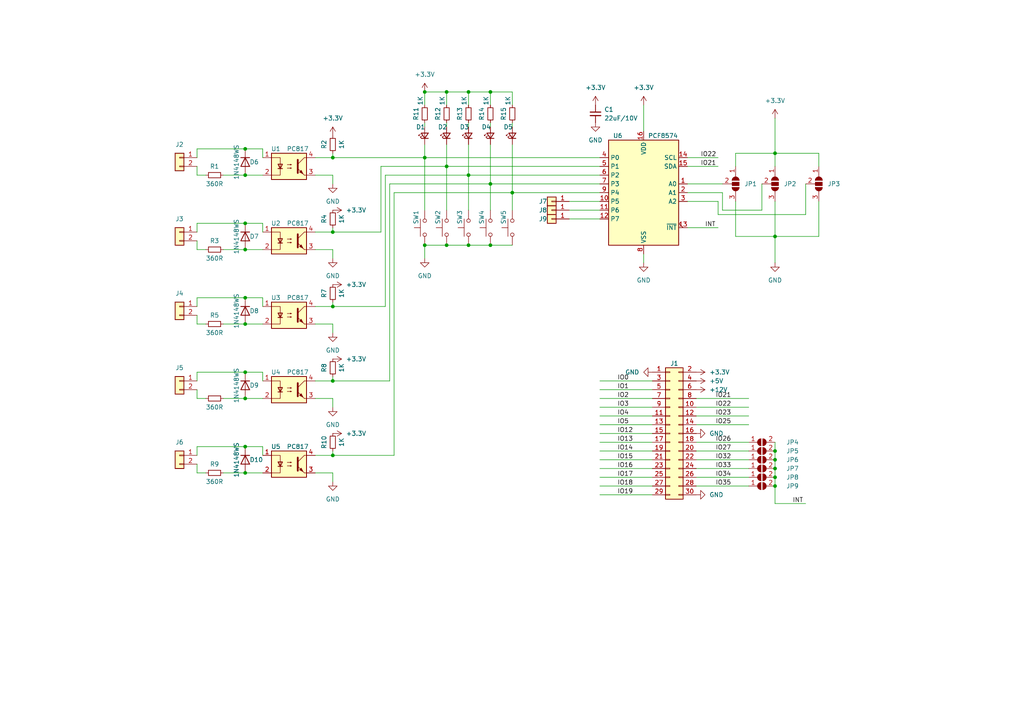
<source format=kicad_sch>
(kicad_sch (version 20231120) (generator "eeschema") (generator_version "8.0")
  (paper "A4")
  (lib_symbols
    (symbol "Connector_Generic:Conn_01x01" (pin_names (offset 1.016) hide)
      (property "Reference" "J" (at 0 2.54 0))
      (property "Value" "Conn_01x01" (at 0 -2.54 0))
      (symbol "Conn_01x01_1_1"
        (rectangle (start -1.27 0.127) (end 0 -0.127) (stroke (width 0.1524)))
        (rectangle (start -1.27 1.27) (end 1.27 -1.27) (stroke (width 0.254)) (fill (type background)))
        (pin passive line (at -5.08 0 0) (length 3.81) (name "Pin_1") (number "1"))
      )
    )
    (symbol "Connector_Generic:Conn_01x02" (pin_names (offset 1.016) hide)
      (property "Reference" "J" (at 0 2.54 0))
      (property "Value" "Conn_01x02" (at 0 -5.08 0))
      (symbol "Conn_01x02_1_1"
        (rectangle (start -1.27 -2.413) (end 0 -2.667) (stroke (width 0.1524)))
        (rectangle (start -1.27 0.127) (end 0 -0.127) (stroke (width 0.1524)))
        (rectangle (start -1.27 1.27) (end 1.27 -3.81) (stroke (width 0.254)) (fill (type background)))
        (pin passive line (at -5.08 0 0) (length 3.81) (name "Pin_1") (number "1"))
        (pin passive line (at -5.08 -2.54 0) (length 3.81) (name "Pin_2") (number "2"))
      )
    )
    (symbol "Connector_Generic:Conn_02x15_Odd_Even" (pin_names (offset 1.016) hide)
      (property "Reference" "J" (at 1.27 20.32 0))
      (property "Value" "Conn_02x15_Odd_Even" (at 1.27 -20.32 0))
      (symbol "Conn_02x15_Odd_Even_1_1"
        (rectangle (start -1.27 -17.653) (end 0 -17.907) (stroke (width 0.1524)))
        (rectangle (start -1.27 -15.113) (end 0 -15.367) (stroke (width 0.1524)))
        (rectangle (start -1.27 -12.573) (end 0 -12.827) (stroke (width 0.1524)))
        (rectangle (start -1.27 -10.033) (end 0 -10.287) (stroke (width 0.1524)))
        (rectangle (start -1.27 -7.493) (end 0 -7.747) (stroke (width 0.1524)))
        (rectangle (start -1.27 -4.953) (end 0 -5.207) (stroke (width 0.1524)))
        (rectangle (start -1.27 -2.413) (end 0 -2.667) (stroke (width 0.1524)))
        (rectangle (start -1.27 0.127) (end 0 -0.127) (stroke (width 0.1524)))
        (rectangle (start -1.27 2.667) (end 0 2.413) (stroke (width 0.1524)))
        (rectangle (start -1.27 5.207) (end 0 4.953) (stroke (width 0.1524)))
        (rectangle (start -1.27 7.747) (end 0 7.493) (stroke (width 0.1524)))
        (rectangle (start -1.27 10.287) (end 0 10.033) (stroke (width 0.1524)))
        (rectangle (start -1.27 12.827) (end 0 12.573) (stroke (width 0.1524)))
        (rectangle (start -1.27 15.367) (end 0 15.113) (stroke (width 0.1524)))
        (rectangle (start -1.27 17.907) (end 0 17.653) (stroke (width 0.1524)))
        (rectangle (start -1.27 19.05) (end 3.81 -19.05) (stroke (width 0.254)) (fill (type background)))
        (rectangle (start 3.81 -17.653) (end 2.54 -17.907) (stroke (width 0.1524)))
        (rectangle (start 3.81 -15.113) (end 2.54 -15.367) (stroke (width 0.1524)))
        (rectangle (start 3.81 -12.573) (end 2.54 -12.827) (stroke (width 0.1524)))
        (rectangle (start 3.81 -10.033) (end 2.54 -10.287) (stroke (width 0.1524)))
        (rectangle (start 3.81 -7.493) (end 2.54 -7.747) (stroke (width 0.1524)))
        (rectangle (start 3.81 -4.953) (end 2.54 -5.207) (stroke (width 0.1524)))
        (rectangle (start 3.81 -2.413) (end 2.54 -2.667) (stroke (width 0.1524)))
        (rectangle (start 3.81 0.127) (end 2.54 -0.127) (stroke (width 0.1524)))
        (rectangle (start 3.81 2.667) (end 2.54 2.413) (stroke (width 0.1524)))
        (rectangle (start 3.81 5.207) (end 2.54 4.953) (stroke (width 0.1524)))
        (rectangle (start 3.81 7.747) (end 2.54 7.493) (stroke (width 0.1524)))
        (rectangle (start 3.81 10.287) (end 2.54 10.033) (stroke (width 0.1524)))
        (rectangle (start 3.81 12.827) (end 2.54 12.573) (stroke (width 0.1524)))
        (rectangle (start 3.81 15.367) (end 2.54 15.113) (stroke (width 0.1524)))
        (rectangle (start 3.81 17.907) (end 2.54 17.653) (stroke (width 0.1524)))
        (pin passive line (at -5.08 17.78 0) (length 3.81) (name "Pin_1") (number "1"))
        (pin passive line (at 7.62 7.62 180) (length 3.81) (name "Pin_10") (number "10"))
        (pin passive line (at -5.08 5.08 0) (length 3.81) (name "Pin_11") (number "11"))
        (pin passive line (at 7.62 5.08 180) (length 3.81) (name "Pin_12") (number "12"))
        (pin passive line (at -5.08 2.54 0) (length 3.81) (name "Pin_13") (number "13"))
        (pin passive line (at 7.62 2.54 180) (length 3.81) (name "Pin_14") (number "14"))
        (pin passive line (at -5.08 0 0) (length 3.81) (name "Pin_15") (number "15"))
        (pin passive line (at 7.62 0 180) (length 3.81) (name "Pin_16") (number "16"))
        (pin passive line (at -5.08 -2.54 0) (length 3.81) (name "Pin_17") (number "17"))
        (pin passive line (at 7.62 -2.54 180) (length 3.81) (name "Pin_18") (number "18"))
        (pin passive line (at -5.08 -5.08 0) (length 3.81) (name "Pin_19") (number "19"))
        (pin passive line (at 7.62 17.78 180) (length 3.81) (name "Pin_2") (number "2"))
        (pin passive line (at 7.62 -5.08 180) (length 3.81) (name "Pin_20") (number "20"))
        (pin passive line (at -5.08 -7.62 0) (length 3.81) (name "Pin_21") (number "21"))
        (pin passive line (at 7.62 -7.62 180) (length 3.81) (name "Pin_22") (number "22"))
        (pin passive line (at -5.08 -10.16 0) (length 3.81) (name "Pin_23") (number "23"))
        (pin passive line (at 7.62 -10.16 180) (length 3.81) (name "Pin_24") (number "24"))
        (pin passive line (at -5.08 -12.7 0) (length 3.81) (name "Pin_25") (number "25"))
        (pin passive line (at 7.62 -12.7 180) (length 3.81) (name "Pin_26") (number "26"))
        (pin passive line (at -5.08 -15.24 0) (length 3.81) (name "Pin_27") (number "27"))
        (pin passive line (at 7.62 -15.24 180) (length 3.81) (name "Pin_28") (number "28"))
        (pin passive line (at -5.08 -17.78 0) (length 3.81) (name "Pin_29") (number "29"))
        (pin passive line (at -5.08 15.24 0) (length 3.81) (name "Pin_3") (number "3"))
        (pin passive line (at 7.62 -17.78 180) (length 3.81) (name "Pin_30") (number "30"))
        (pin passive line (at 7.62 15.24 180) (length 3.81) (name "Pin_4") (number "4"))
        (pin passive line (at -5.08 12.7 0) (length 3.81) (name "Pin_5") (number "5"))
        (pin passive line (at 7.62 12.7 180) (length 3.81) (name "Pin_6") (number "6"))
        (pin passive line (at -5.08 10.16 0) (length 3.81) (name "Pin_7") (number "7"))
        (pin passive line (at 7.62 10.16 180) (length 3.81) (name "Pin_8") (number "8"))
        (pin passive line (at -5.08 7.62 0) (length 3.81) (name "Pin_9") (number "9"))
      )
    )
    (symbol "Device:C_Small" (pin_numbers hide) (pin_names (offset 0.254) hide)
      (property "Reference" "C" (at 0.254 1.778 0))
      (property "Value" "C_Small" (at 0.254 -2.032 0))
      (symbol "C_Small_0_1"
        (polyline (pts (xy -1.524 -0.508) (xy 1.524 -0.508)) (stroke (width 0.3302)))
        (polyline (pts (xy -1.524 0.508) (xy 1.524 0.508)) (stroke (width 0.3048)))
      )
      (symbol "C_Small_1_1"
        (pin passive line (at 0 2.54 270) (length 2.032) (name "~") (number "1"))
        (pin passive line (at 0 -2.54 90) (length 2.032) (name "~") (number "2"))
      )
    )
    (symbol "Device:LED_Small" (pin_numbers hide) (pin_names (offset 0.254) hide)
      (property "Reference" "D" (at -1.27 3.175 0))
      (property "Value" "LED_Small" (at -4.445 -2.54 0))
      (symbol "LED_Small_0_1"
        (polyline (pts (xy -0.762 -1.016) (xy -0.762 1.016)) (stroke (width 0.254)))
        (polyline (pts (xy 1.016 0) (xy -0.762 0)))
        (polyline (pts (xy 0.762 -1.016) (xy -0.762 0) (xy 0.762 1.016) (xy 0.762 -1.016)) (stroke (width 0.254)))
        (polyline (pts (xy 0 0.762) (xy -0.508 1.27) (xy -0.254 1.27) (xy -0.508 1.27) (xy -0.508 1.016)))
        (polyline (pts (xy 0.508 1.27) (xy 0 1.778) (xy 0.254 1.778) (xy 0 1.778) (xy 0 1.524)))
      )
      (symbol "LED_Small_1_1"
        (pin passive line (at -2.54 0 0) (length 1.778) (name "K") (number "1"))
        (pin passive line (at 2.54 0 180) (length 1.778) (name "A") (number "2"))
      )
    )
    (symbol "Device:R_Small" (pin_numbers hide) (pin_names (offset 0.254) hide)
      (property "Reference" "R" (at 0.762 0.508 0))
      (property "Value" "R_Small" (at 0.762 -1.016 0))
      (symbol "R_Small_0_1"
        (rectangle (start -0.762 1.778) (end 0.762 -1.778) (stroke (width 0.2032)))
      )
      (symbol "R_Small_1_1"
        (pin passive line (at 0 2.54 270) (length 0.762) (name "~") (number "1"))
        (pin passive line (at 0 -2.54 90) (length 0.762) (name "~") (number "2"))
      )
    )
    (symbol "Diode:1N4148WS" (pin_numbers hide) (pin_names hide)
      (property "Reference" "D" (at 0 2.54 0))
      (property "Value" "1N4148WS" (at 0 -2.54 0))
      (symbol "1N4148WS_0_1"
        (polyline (pts (xy -1.27 1.27) (xy -1.27 -1.27)) (stroke (width 0.254)))
        (polyline (pts (xy 1.27 0) (xy -1.27 0)))
        (polyline (pts (xy 1.27 1.27) (xy 1.27 -1.27) (xy -1.27 0) (xy 1.27 1.27)) (stroke (width 0.254)))
      )
      (symbol "1N4148WS_1_1"
        (pin passive line (at -3.81 0 0) (length 2.54) (name "K") (number "1"))
        (pin passive line (at 3.81 0 180) (length 2.54) (name "A") (number "2"))
      )
    )
    (symbol "Interface_Expansion:PCF8574"
      (property "Reference" "U" (at -8.89 16.51 0))
      (property "Value" "PCF8574" (at 2.54 16.51 0))
      (symbol "PCF8574_0_1"
        (rectangle (start -10.16 15.24) (end 10.16 -15.24) (stroke (width 0.254)) (fill (type background)))
      )
      (symbol "PCF8574_1_1"
        (pin input line (at -12.7 2.54 0) (length 2.54) (name "A0") (number "1"))
        (pin bidirectional line (at 12.7 -2.54 180) (length 2.54) (name "P5") (number "10"))
        (pin bidirectional line (at 12.7 -5.08 180) (length 2.54) (name "P6") (number "11"))
        (pin bidirectional line (at 12.7 -7.62 180) (length 2.54) (name "P7") (number "12"))
        (pin open_collector output_low (at -12.7 -10.16 0) (length 2.54) (name "~{INT}") (number "13"))
        (pin input line (at -12.7 10.16 0) (length 2.54) (name "SCL") (number "14"))
        (pin bidirectional line (at -12.7 7.62 0) (length 2.54) (name "SDA") (number "15"))
        (pin power_in line (at 0 17.78 270) (length 2.54) (name "VDD") (number "16"))
        (pin input line (at -12.7 0 0) (length 2.54) (name "A1") (number "2"))
        (pin input line (at -12.7 -2.54 0) (length 2.54) (name "A2") (number "3"))
        (pin bidirectional line (at 12.7 10.16 180) (length 2.54) (name "P0") (number "4"))
        (pin bidirectional line (at 12.7 7.62 180) (length 2.54) (name "P1") (number "5"))
        (pin bidirectional line (at 12.7 5.08 180) (length 2.54) (name "P2") (number "6"))
        (pin bidirectional line (at 12.7 2.54 180) (length 2.54) (name "P3") (number "7"))
        (pin power_in line (at 0 -17.78 90) (length 2.54) (name "VSS") (number "8"))
        (pin bidirectional line (at 12.7 0 180) (length 2.54) (name "P4") (number "9"))
      )
    )
    (symbol "Isolator:PC817" (pin_names (offset 1.016))
      (property "Reference" "U" (at -5.08 5.08 0))
      (property "Value" "PC817" (at 0 5.08 0))
      (symbol "PC817_0_1"
        (rectangle (start -5.08 3.81) (end 5.08 -3.81) (stroke (width 0.254)) (fill (type background)))
        (polyline (pts (xy -3.175 -0.635) (xy -1.905 -0.635)) (stroke (width 0.254)))
        (polyline (pts (xy 2.54 0.635) (xy 4.445 2.54)))
        (polyline (pts (xy 4.445 -2.54) (xy 2.54 -0.635)) (fill (type outline)))
        (polyline (pts (xy 4.445 -2.54) (xy 5.08 -2.54)))
        (polyline (pts (xy 4.445 2.54) (xy 5.08 2.54)))
        (polyline (pts (xy -5.08 2.54) (xy -2.54 2.54) (xy -2.54 -0.635)))
        (polyline (pts (xy -2.54 -0.635) (xy -2.54 -2.54) (xy -5.08 -2.54)))
        (polyline (pts (xy 2.54 1.905) (xy 2.54 -1.905) (xy 2.54 -1.905)) (stroke (width 0.508)))
        (polyline (pts (xy -2.54 -0.635) (xy -3.175 0.635) (xy -1.905 0.635) (xy -2.54 -0.635)) (stroke (width 0.254)))
        (polyline (pts (xy -0.508 -0.508) (xy 0.762 -0.508) (xy 0.381 -0.635) (xy 0.381 -0.381) (xy 0.762 -0.508)))
        (polyline (pts (xy -0.508 0.508) (xy 0.762 0.508) (xy 0.381 0.381) (xy 0.381 0.635) (xy 0.762 0.508)))
        (polyline (pts (xy 3.048 -1.651) (xy 3.556 -1.143) (xy 4.064 -2.159) (xy 3.048 -1.651) (xy 3.048 -1.651)) (fill (type outline)))
      )
      (symbol "PC817_1_1"
        (pin passive line (at -7.62 2.54 0) (length 2.54) (name "~") (number "1"))
        (pin passive line (at -7.62 -2.54 0) (length 2.54) (name "~") (number "2"))
        (pin passive line (at 7.62 -2.54 180) (length 2.54) (name "~") (number "3"))
        (pin passive line (at 7.62 2.54 180) (length 2.54) (name "~") (number "4"))
      )
    )
    (symbol "Jumper:SolderJumper_2_Open" (pin_names (offset 0) hide)
      (property "Reference" "JP" (at 0 2.032 0))
      (property "Value" "SolderJumper_2_Open" (at 0 -2.54 0))
      (symbol "SolderJumper_2_Open_0_1"
        (arc (start -0.254 1.016) (mid -1.2656 0) (end -0.254 -1.016))
        (arc (start -0.254 1.016) (mid -1.2656 0) (end -0.254 -1.016) (fill (type outline)))
        (polyline (pts (xy -0.254 1.016) (xy -0.254 -1.016)))
        (polyline (pts (xy 0.254 1.016) (xy 0.254 -1.016)))
        (arc (start 0.254 -1.016) (mid 1.2656 0) (end 0.254 1.016))
        (arc (start 0.254 -1.016) (mid 1.2656 0) (end 0.254 1.016) (fill (type outline)))
      )
      (symbol "SolderJumper_2_Open_1_1"
        (pin passive line (at -3.81 0 0) (length 2.54) (name "A") (number "1"))
        (pin passive line (at 3.81 0 180) (length 2.54) (name "B") (number "2"))
      )
    )
    (symbol "Jumper:SolderJumper_3_Open" (pin_names (offset 0) hide)
      (property "Reference" "JP" (at -2.54 -2.54 0))
      (property "Value" "SolderJumper_3_Open" (at 0 2.794 0))
      (symbol "SolderJumper_3_Open_0_1"
        (arc (start -1.016 1.016) (mid -2.0276 0) (end -1.016 -1.016))
        (arc (start -1.016 1.016) (mid -2.0276 0) (end -1.016 -1.016) (fill (type outline)))
        (rectangle (start -0.508 1.016) (end 0.508 -1.016) (fill (type outline)))
        (polyline (pts (xy -2.54 0) (xy -2.032 0)))
        (polyline (pts (xy -1.016 1.016) (xy -1.016 -1.016)))
        (polyline (pts (xy 0 -1.27) (xy 0 -1.016)))
        (polyline (pts (xy 1.016 1.016) (xy 1.016 -1.016)))
        (polyline (pts (xy 2.54 0) (xy 2.032 0)))
        (arc (start 1.016 -1.016) (mid 2.0276 0) (end 1.016 1.016))
        (arc (start 1.016 -1.016) (mid 2.0276 0) (end 1.016 1.016) (fill (type outline)))
      )
      (symbol "SolderJumper_3_Open_1_1"
        (pin passive line (at -5.08 0 0) (length 2.54) (name "A") (number "1"))
        (pin passive line (at 0 -3.81 90) (length 2.54) (name "C") (number "2"))
        (pin passive line (at 5.08 0 180) (length 2.54) (name "B") (number "3"))
      )
    )
    (symbol "Switch:SW_Push" (pin_numbers hide) (pin_names (offset 1.016) hide)
      (property "Reference" "SW" (at 1.27 2.54 0))
      (property "Value" "SW_Push" (at 0 -1.524 0))
      (symbol "SW_Push_0_1"
        (circle (center -2.032 0) (radius 0.508))
        (polyline (pts (xy 0 1.27) (xy 0 3.048)))
        (polyline (pts (xy 2.54 1.27) (xy -2.54 1.27)))
        (circle (center 2.032 0) (radius 0.508))
        (pin passive line (at -5.08 0 0) (length 2.54) (name "1") (number "1"))
        (pin passive line (at 5.08 0 180) (length 2.54) (name "2") (number "2"))
      )
    )
    (symbol "power:+12V" (power) (pin_names (offset 0))
      (property "Value" "+12V" (at 0 3.556 0))
      (symbol "+12V_0_1"
        (polyline (pts (xy -0.762 1.27) (xy 0 2.54)))
        (polyline (pts (xy 0 0) (xy 0 2.54)))
        (polyline (pts (xy 0 2.54) (xy 0.762 1.27)))
      )
      (symbol "+12V_1_1"
        (pin power_in line (at 0 0 90) (length 0) hide (name "+12V") (number "1"))
      )
    )
    (symbol "power:+3.3V" (power) (pin_names (offset 0))
      (property "Value" "+3.3V" (at 0 3.556 0))
      (symbol "+3.3V_0_1"
        (polyline (pts (xy -0.762 1.27) (xy 0 2.54)))
        (polyline (pts (xy 0 0) (xy 0 2.54)))
        (polyline (pts (xy 0 2.54) (xy 0.762 1.27)))
      )
      (symbol "+3.3V_1_1"
        (pin power_in line (at 0 0 90) (length 0) hide (name "+3.3V") (number "1"))
      )
    )
    (symbol "power:+5V" (power) (pin_names (offset 0))
      (property "Value" "+5V" (at 0 3.556 0))
      (symbol "+5V_0_1"
        (polyline (pts (xy -0.762 1.27) (xy 0 2.54)))
        (polyline (pts (xy 0 0) (xy 0 2.54)))
        (polyline (pts (xy 0 2.54) (xy 0.762 1.27)))
      )
      (symbol "+5V_1_1"
        (pin power_in line (at 0 0 90) (length 0) hide (name "+5V") (number "1"))
      )
    )
    (symbol "power:GND" (power) (pin_names (offset 0))
      (property "Value" "GND" (at 0 -3.81 0))
      (symbol "GND_0_1"
        (polyline (pts (xy 0 0) (xy 0 -1.27) (xy 1.27 -1.27) (xy 0 -2.54) (xy -1.27 -1.27) (xy 0 -1.27)))
      )
      (symbol "GND_1_1"
        (pin power_in line (at 0 0 270) (length 0) hide (name "GND") (number "1"))
      )
    )
  )
  (junction (at 129.54 48.26))
  (junction (at 224.79 140.97))
  (junction (at 129.54 26.67))
  (junction (at 71.12 137.16))
  (junction (at 96.52 45.72))
  (junction (at 224.79 135.89))
  (junction (at 224.79 133.35))
  (junction (at 142.24 26.67))
  (junction (at 71.12 50.8))
  (junction (at 142.24 71.12))
  (junction (at 135.89 71.12))
  (junction (at 224.79 138.43))
  (junction (at 142.24 53.34))
  (junction (at 96.52 88.9))
  (junction (at 123.19 26.67))
  (junction (at 71.12 86.36))
  (junction (at 135.89 26.67))
  (junction (at 71.12 72.39))
  (junction (at 71.12 107.95))
  (junction (at 123.19 45.72))
  (junction (at 71.12 115.57))
  (junction (at 224.79 68.58))
  (junction (at 224.79 130.81))
  (junction (at 96.52 110.49))
  (junction (at 71.12 93.98))
  (junction (at 96.52 132.08))
  (junction (at 71.12 43.18))
  (junction (at 129.54 71.12))
  (junction (at 71.12 64.77))
  (junction (at 224.79 44.45))
  (junction (at 135.89 50.8))
  (junction (at 148.59 55.88))
  (junction (at 96.52 67.31))
  (junction (at 71.12 129.54))
  (junction (at 123.19 71.12))
  (wire (pts (xy 96.52 66.04) (xy 96.52 67.31)))
  (wire (pts (xy 96.52 67.31) (xy 110.49 67.31)))
  (wire (pts (xy 76.2 64.77) (xy 76.2 67.31)))
  (wire (pts (xy 217.17 115.57) (xy 201.93 115.57)))
  (wire (pts (xy 76.2 129.54) (xy 76.2 132.08)))
  (wire (pts (xy 217.17 138.43) (xy 201.93 138.43)))
  (wire (pts (xy 213.36 58.42) (xy 213.36 68.58)))
  (wire (pts (xy 173.99 135.89) (xy 189.23 135.89)))
  (wire (pts (xy 57.15 48.26) (xy 57.15 50.8)))
  (wire (pts (xy 220.98 60.96) (xy 209.55 60.96)))
  (wire (pts (xy 173.99 138.43) (xy 189.23 138.43)))
  (wire (pts (xy 64.77 115.57) (xy 71.12 115.57)))
  (wire (pts (xy 224.79 138.43) (xy 224.79 140.97)))
  (wire (pts (xy 224.79 135.89) (xy 224.79 138.43)))
  (wire (pts (xy 173.99 133.35) (xy 189.23 133.35)))
  (wire (pts (xy 142.24 53.34) (xy 142.24 60.96)))
  (wire (pts (xy 59.69 50.8) (xy 57.15 50.8)))
  (wire (pts (xy 135.89 50.8) (xy 173.99 50.8)))
  (wire (pts (xy 186.69 30.48) (xy 186.69 38.1)))
  (wire (pts (xy 57.15 64.77) (xy 57.15 67.31)))
  (wire (pts (xy 96.52 50.8) (xy 91.44 50.8)))
  (wire (pts (xy 114.3 132.08) (xy 114.3 55.88)))
  (wire (pts (xy 224.79 68.58) (xy 224.79 76.2)))
  (wire (pts (xy 96.52 132.08) (xy 91.44 132.08)))
  (wire (pts (xy 57.15 91.44) (xy 57.15 93.98)))
  (wire (pts (xy 123.19 45.72) (xy 123.19 60.96)))
  (wire (pts (xy 96.52 110.49) (xy 113.03 110.49)))
  (wire (pts (xy 209.55 55.88) (xy 199.39 55.88)))
  (wire (pts (xy 76.2 43.18) (xy 76.2 45.72)))
  (wire (pts (xy 129.54 41.91) (xy 129.54 48.26)))
  (wire (pts (xy 64.77 93.98) (xy 71.12 93.98)))
  (wire (pts (xy 217.17 128.27) (xy 201.93 128.27)))
  (wire (pts (xy 96.52 74.93) (xy 96.52 72.39)))
  (wire (pts (xy 76.2 107.95) (xy 76.2 110.49)))
  (wire (pts (xy 96.52 88.9) (xy 111.76 88.9)))
  (wire (pts (xy 64.77 72.39) (xy 71.12 72.39)))
  (wire (pts (xy 96.52 132.08) (xy 114.3 132.08)))
  (wire (pts (xy 165.1 58.42) (xy 173.99 58.42)))
  (wire (pts (xy 59.69 115.57) (xy 57.15 115.57)))
  (wire (pts (xy 71.12 86.36) (xy 76.2 86.36)))
  (wire (pts (xy 71.12 72.39) (xy 76.2 72.39)))
  (wire (pts (xy 64.77 50.8) (xy 71.12 50.8)))
  (wire (pts (xy 173.99 110.49) (xy 189.23 110.49)))
  (wire (pts (xy 224.79 146.05) (xy 233.68 146.05)))
  (wire (pts (xy 111.76 50.8) (xy 135.89 50.8)))
  (wire (pts (xy 96.52 137.16) (xy 91.44 137.16)))
  (wire (pts (xy 96.52 110.49) (xy 91.44 110.49)))
  (wire (pts (xy 113.03 53.34) (xy 142.24 53.34)))
  (wire (pts (xy 71.12 115.57) (xy 76.2 115.57)))
  (wire (pts (xy 142.24 71.12) (xy 148.59 71.12)))
  (wire (pts (xy 135.89 50.8) (xy 135.89 60.96)))
  (wire (pts (xy 129.54 26.67) (xy 129.54 30.48)))
  (wire (pts (xy 142.24 41.91) (xy 142.24 53.34)))
  (wire (pts (xy 173.99 140.97) (xy 189.23 140.97)))
  (wire (pts (xy 57.15 86.36) (xy 71.12 86.36)))
  (wire (pts (xy 71.12 50.8) (xy 76.2 50.8)))
  (wire (pts (xy 199.39 45.72) (xy 208.28 45.72)))
  (wire (pts (xy 96.52 109.22) (xy 96.52 110.49)))
  (wire (pts (xy 224.79 68.58) (xy 213.36 68.58)))
  (wire (pts (xy 57.15 86.36) (xy 57.15 88.9)))
  (wire (pts (xy 57.15 43.18) (xy 71.12 43.18)))
  (wire (pts (xy 186.69 73.66) (xy 186.69 76.2)))
  (wire (pts (xy 96.52 93.98) (xy 91.44 93.98)))
  (wire (pts (xy 123.19 71.12) (xy 129.54 71.12)))
  (wire (pts (xy 111.76 88.9) (xy 111.76 50.8)))
  (wire (pts (xy 224.79 34.29) (xy 224.79 44.45)))
  (wire (pts (xy 57.15 43.18) (xy 57.15 45.72)))
  (wire (pts (xy 96.52 67.31) (xy 91.44 67.31)))
  (wire (pts (xy 57.15 107.95) (xy 57.15 110.49)))
  (wire (pts (xy 237.49 68.58) (xy 224.79 68.58)))
  (wire (pts (xy 135.89 35.56) (xy 135.89 36.83)))
  (wire (pts (xy 96.52 53.34) (xy 96.52 50.8)))
  (wire (pts (xy 148.59 55.88) (xy 148.59 60.96)))
  (wire (pts (xy 96.52 139.7) (xy 96.52 137.16)))
  (wire (pts (xy 217.17 135.89) (xy 201.93 135.89)))
  (wire (pts (xy 59.69 72.39) (xy 57.15 72.39)))
  (wire (pts (xy 71.12 64.77) (xy 76.2 64.77)))
  (wire (pts (xy 237.49 44.45) (xy 237.49 48.26)))
  (wire (pts (xy 173.99 123.19) (xy 189.23 123.19)))
  (wire (pts (xy 59.69 93.98) (xy 57.15 93.98)))
  (wire (pts (xy 59.69 137.16) (xy 57.15 137.16)))
  (wire (pts (xy 165.1 63.5) (xy 173.99 63.5)))
  (wire (pts (xy 110.49 48.26) (xy 110.49 67.31)))
  (wire (pts (xy 213.36 48.26) (xy 213.36 44.45)))
  (wire (pts (xy 173.99 125.73) (xy 189.23 125.73)))
  (wire (pts (xy 148.59 26.67) (xy 148.59 30.48)))
  (wire (pts (xy 217.17 123.19) (xy 201.93 123.19)))
  (wire (pts (xy 233.68 53.34) (xy 233.68 62.23)))
  (wire (pts (xy 173.99 128.27) (xy 189.23 128.27)))
  (wire (pts (xy 208.28 58.42) (xy 199.39 58.42)))
  (wire (pts (xy 217.17 133.35) (xy 201.93 133.35)))
  (wire (pts (xy 96.52 118.11) (xy 96.52 115.57)))
  (wire (pts (xy 224.79 44.45) (xy 237.49 44.45)))
  (wire (pts (xy 217.17 120.65) (xy 201.93 120.65)))
  (wire (pts (xy 57.15 113.03) (xy 57.15 115.57)))
  (wire (pts (xy 96.52 130.81) (xy 96.52 132.08)))
  (wire (pts (xy 142.24 26.67) (xy 148.59 26.67)))
  (wire (pts (xy 57.15 129.54) (xy 57.15 132.08)))
  (wire (pts (xy 173.99 113.03) (xy 189.23 113.03)))
  (wire (pts (xy 57.15 107.95) (xy 71.12 107.95)))
  (wire (pts (xy 123.19 26.67) (xy 123.19 30.48)))
  (wire (pts (xy 96.52 87.63) (xy 96.52 88.9)))
  (wire (pts (xy 213.36 44.45) (xy 224.79 44.45)))
  (wire (pts (xy 96.52 44.45) (xy 96.52 45.72)))
  (wire (pts (xy 217.17 140.97) (xy 201.93 140.97)))
  (wire (pts (xy 173.99 143.51) (xy 189.23 143.51)))
  (wire (pts (xy 224.79 133.35) (xy 224.79 135.89)))
  (wire (pts (xy 173.99 130.81) (xy 189.23 130.81)))
  (wire (pts (xy 224.79 130.81) (xy 224.79 133.35)))
  (wire (pts (xy 110.49 48.26) (xy 129.54 48.26)))
  (wire (pts (xy 135.89 71.12) (xy 142.24 71.12)))
  (wire (pts (xy 96.52 45.72) (xy 123.19 45.72)))
  (wire (pts (xy 96.52 115.57) (xy 91.44 115.57)))
  (wire (pts (xy 135.89 26.67) (xy 142.24 26.67)))
  (wire (pts (xy 129.54 48.26) (xy 129.54 60.96)))
  (wire (pts (xy 165.1 60.96) (xy 173.99 60.96)))
  (wire (pts (xy 224.79 128.27) (xy 224.79 130.81)))
  (wire (pts (xy 173.99 118.11) (xy 189.23 118.11)))
  (wire (pts (xy 217.17 130.81) (xy 201.93 130.81)))
  (wire (pts (xy 57.15 69.85) (xy 57.15 72.39)))
  (wire (pts (xy 224.79 58.42) (xy 224.79 68.58)))
  (wire (pts (xy 113.03 110.49) (xy 113.03 53.34)))
  (wire (pts (xy 57.15 134.62) (xy 57.15 137.16)))
  (wire (pts (xy 233.68 62.23) (xy 208.28 62.23)))
  (wire (pts (xy 129.54 35.56) (xy 129.54 36.83)))
  (wire (pts (xy 123.19 45.72) (xy 173.99 45.72)))
  (wire (pts (xy 217.17 118.11) (xy 201.93 118.11)))
  (wire (pts (xy 135.89 41.91) (xy 135.89 50.8)))
  (wire (pts (xy 199.39 66.04) (xy 208.28 66.04)))
  (wire (pts (xy 142.24 53.34) (xy 173.99 53.34)))
  (wire (pts (xy 114.3 55.88) (xy 148.59 55.88)))
  (wire (pts (xy 57.15 64.77) (xy 71.12 64.77)))
  (wire (pts (xy 71.12 137.16) (xy 76.2 137.16)))
  (wire (pts (xy 199.39 53.34) (xy 209.55 53.34)))
  (wire (pts (xy 64.77 137.16) (xy 71.12 137.16)))
  (wire (pts (xy 199.39 48.26) (xy 208.28 48.26)))
  (wire (pts (xy 96.52 96.52) (xy 96.52 93.98)))
  (wire (pts (xy 71.12 43.18) (xy 76.2 43.18)))
  (wire (pts (xy 71.12 107.95) (xy 76.2 107.95)))
  (wire (pts (xy 96.52 72.39) (xy 91.44 72.39)))
  (wire (pts (xy 123.19 71.12) (xy 123.19 74.93)))
  (wire (pts (xy 129.54 26.67) (xy 135.89 26.67)))
  (wire (pts (xy 209.55 60.96) (xy 209.55 55.88)))
  (wire (pts (xy 135.89 26.67) (xy 135.89 30.48)))
  (wire (pts (xy 57.15 129.54) (xy 71.12 129.54)))
  (wire (pts (xy 71.12 93.98) (xy 76.2 93.98)))
  (wire (pts (xy 224.79 140.97) (xy 224.79 146.05)))
  (wire (pts (xy 76.2 86.36) (xy 76.2 88.9)))
  (wire (pts (xy 220.98 53.34) (xy 220.98 60.96)))
  (wire (pts (xy 71.12 129.54) (xy 76.2 129.54)))
  (wire (pts (xy 123.19 35.56) (xy 123.19 36.83)))
  (wire (pts (xy 142.24 35.56) (xy 142.24 36.83)))
  (wire (pts (xy 123.19 26.67) (xy 129.54 26.67)))
  (wire (pts (xy 129.54 71.12) (xy 135.89 71.12)))
  (wire (pts (xy 142.24 26.67) (xy 142.24 30.48)))
  (wire (pts (xy 148.59 55.88) (xy 173.99 55.88)))
  (wire (pts (xy 123.19 41.91) (xy 123.19 45.72)))
  (wire (pts (xy 208.28 62.23) (xy 208.28 58.42)))
  (wire (pts (xy 96.52 88.9) (xy 91.44 88.9)))
  (wire (pts (xy 96.52 45.72) (xy 91.44 45.72)))
  (wire (pts (xy 148.59 41.91) (xy 148.59 55.88)))
  (wire (pts (xy 173.99 115.57) (xy 189.23 115.57)))
  (wire (pts (xy 129.54 48.26) (xy 173.99 48.26)))
  (wire (pts (xy 224.79 44.45) (xy 224.79 48.26)))
  (wire (pts (xy 148.59 35.56) (xy 148.59 36.83)))
  (wire (pts (xy 237.49 58.42) (xy 237.49 68.58)))
  (wire (pts (xy 173.99 120.65) (xy 189.23 120.65)))
  (label "IO14" (at 179.07 130.81 0))
  (label "IO34" (at 212.09 138.43 180))
  (label "INT" (at 229.87 146.05 0))
  (label "IO1" (at 179.07 113.03 0))
  (label "IO26" (at 212.09 128.27 180))
  (label "IO21" (at 212.09 115.57 180))
  (label "IO4" (at 179.07 120.65 0))
  (label "IO33" (at 212.09 135.89 180))
  (label "IO23" (at 212.09 120.65 180))
  (label "IO18" (at 179.07 140.97 0))
  (label "IO35" (at 212.09 140.97 180))
  (label "IO27" (at 212.09 130.81 180))
  (label "IO17" (at 179.07 138.43 0))
  (label "IO2" (at 179.07 115.57 0))
  (label "IO13" (at 179.07 128.27 0))
  (label "IO25" (at 212.09 123.19 180))
  (label "IO21" (at 203.2 48.26 0))
  (label "IO15" (at 179.07 133.35 0))
  (label "IO32" (at 212.09 133.35 180))
  (label "IO0" (at 179.07 110.49 0))
  (label "IO12" (at 179.07 125.73 0))
  (label "IO3" (at 179.07 118.11 0))
  (label "INT" (at 204.47 66.04 0))
  (label "IO22" (at 203.2 45.72 0))
  (label "IO5" (at 179.07 123.19 0))
  (label "IO19" (at 179.07 143.51 0))
  (label "IO22" (at 212.09 118.11 180))
  (label "IO16" (at 179.07 135.89 0))
  (symbol (lib_id "Connector_Generic:Conn_01x02") (at 52.07 110.49 0) (mirror y) (unit 1)
    (property "Reference" "J5" (at 52.07 106.68 0))
    (property "Value" "Conn_01x02" (effects (hide yes)))
    (property "Footprint" "Connectors_Terminal_Blocks:MX15EDGVC-3.5-02P-GN01-Cu-A" (effects (hide yes)))
    (property "LCSC part#" "C5188318" (effects (hide yes)))
    (property "Cena" "0,57" (effects (hide yes)))
    (property "MARITEX" "15EDGVC-3.5-02P-14-00ZH" (effects (hide yes)))
  )
  (symbol (lib_id "Jumper:SolderJumper_2_Open") (at 220.98 138.43 0) (unit 1) (in_bom no)
    (property "Reference" "JP8" (at 229.87 138.43 0))
    (property "Value" "SolderJumper_2_Open" (effects (hide yes)))
    (property "Footprint" "Jumper:SolderJumper-2_P1.3mm_Open_RoundedPad1.0x1.5mm" (effects (hide yes)))
  )
  (symbol (lib_id "Connector_Generic:Conn_01x01") (at 160.02 60.96 180) (unit 1) (in_bom no)
    (property "Reference" "J8" (at 157.48 60.96 0))
    (property "Value" "Conn_01x01" (effects (hide yes)))
    (property "Footprint" "Connectors:Pin_Header_1x01_vertical" (effects (hide yes)))
  )
  (symbol (lib_id "Connector_Generic:Conn_01x02") (at 52.07 132.08 0) (mirror y) (unit 1)
    (property "Reference" "J6" (at 52.07 128.27 0))
    (property "Value" "Conn_01x02" (effects (hide yes)))
    (property "Footprint" "Connectors_Terminal_Blocks:MX15EDGVC-3.5-02P-GN01-Cu-A" (effects (hide yes)))
    (property "LCSC part#" "C5188318" (effects (hide yes)))
    (property "Cena" "0,57" (effects (hide yes)))
    (property "MARITEX" "15EDGVC-3.5-02P-14-00ZH" (effects (hide yes)))
  )
  (symbol (lib_id "Jumper:SolderJumper_2_Open") (at 220.98 133.35 0) (unit 1) (in_bom no)
    (property "Reference" "JP6" (at 229.87 133.35 0))
    (property "Value" "SolderJumper_2_Open" (effects (hide yes)))
    (property "Footprint" "Jumper:SolderJumper-2_P1.3mm_Open_RoundedPad1.0x1.5mm" (effects (hide yes)))
  )
  (symbol (lib_id "Device:LED_Small") (at 129.54 39.37 90) (unit 1)
    (property "Reference" "D2" (at 127 36.83 90) (effects (justify right)))
    (property "Value" "LED_Small" (effects (hide yes)))
    (property "Footprint" "LED_SMD:LED_0603_1608Metric" (effects (hide yes)))
    (property "LCSC part#" "C2286" (effects (hide yes)))
  )
  (symbol (lib_id "Device:R_Small") (at 142.24 33.02 180) (unit 1)
    (property "Reference" "R14" (at 139.7 33.02 90))
    (property "Value" "1K" (at 140.97 29.21 90))
    (property "Footprint" "Resistor_SMD:R_0603_1608Metric" (effects (hide yes)))
    (property "LCSC part#" "C22765" (effects (hide yes)))
    (property "Cena" "0,006" (effects (hide yes)))
    (property "TME" "WR06X1001FTL" (effects (hide yes)))
  )
  (symbol (lib_id "Jumper:SolderJumper_3_Open") (at 224.79 53.34 270) (unit 1) (in_bom no)
    (property "Reference" "JP2" (at 227.33 53.34 90) (effects (justify left)))
    (property "Value" "SolderJumper_3_Open" (effects (hide yes)))
    (property "Footprint" "Jumper:SolderJumper-3_P1.3mm_Open_RoundedPad1.0x1.5mm" (effects (hide yes)))
  )
  (symbol (lib_id "power:GND") (at 123.19 74.93 0) (unit 1)
    (property "Reference" "#PWR023" (effects (hide yes)))
    (property "Value" "GND" (at 123.19 80.01 0))
  )
  (symbol (lib_id "Diode:1N4148WS") (at 71.12 68.58 270) (unit 1)
    (property "Reference" "D7" (at 72.39 68.58 90) (effects (justify left)))
    (property "Value" "1N4148WS" (at 68.58 63.5 0) (effects (justify left)))
    (property "Footprint" "Diode_SMD:D_SOD-323" (effects (hide yes)))
    (property "Datasheet" "https://www.vishay.com/docs/85751/1n4148ws.pdf" (effects (hide yes)))
    (property "Sim.Device" "D" (effects (hide yes)))
    (property "Sim.Pins" "1=K 2=A" (effects (hide yes)))
    (property "LCSC part#" "C2128" (effects (hide yes)))
    (property "Cena" "0,053" (effects (hide yes)))
    (property "TME" "1N4148WS-DIO" (effects (hide yes)))
  )
  (symbol (lib_id "Jumper:SolderJumper_3_Open") (at 237.49 53.34 270) (unit 1) (in_bom no)
    (property "Reference" "JP3" (at 240.03 53.34 90) (effects (justify left)))
    (property "Value" "SolderJumper_3_Open" (effects (hide yes)))
    (property "Footprint" "Jumper:SolderJumper-3_P1.3mm_Open_RoundedPad1.0x1.5mm" (effects (hide yes)))
  )
  (symbol (lib_id "Device:R_Small") (at 62.23 50.8 90) (unit 1)
    (property "Reference" "R1" (at 62.23 48.26 90))
    (property "Value" "360R" (at 62.23 53.34 90))
    (property "Footprint" "Resistor_SMD:R_0603_1608Metric" (effects (hide yes)))
    (property "LCSC part#" "C23151" (effects (hide yes)))
    (property "Cena" "0,005" (effects (hide yes)))
    (property "TME" "0603SAF3600T5E" (effects (hide yes)))
  )
  (symbol (lib_id "power:+12V") (at 201.93 113.03 270) (unit 1)
    (property "Reference" "#PWR04" (effects (hide yes)))
    (property "Value" "+12V" (at 205.74 113.03 90) (effects (justify left)))
  )
  (symbol (lib_id "Device:R_Small") (at 96.52 128.27 180) (unit 1)
    (property "Reference" "R10" (at 93.98 128.27 90))
    (property "Value" "1K" (at 99.06 128.27 90))
    (property "Footprint" "Resistor_SMD:R_0603_1608Metric" (effects (hide yes)))
    (property "LCSC part#" "C21190" (effects (hide yes)))
    (property "Cena" "0,006" (effects (hide yes)))
    (property "TME" "WR06X1001FTL" (effects (hide yes)))
  )
  (symbol (lib_id "Jumper:SolderJumper_2_Open") (at 220.98 140.97 0) (unit 1) (in_bom no)
    (property "Reference" "JP9" (at 229.87 140.97 0))
    (property "Value" "SolderJumper_2_Open" (effects (hide yes)))
    (property "Footprint" "Jumper:SolderJumper-2_P1.3mm_Open_RoundedPad1.0x1.5mm" (effects (hide yes)))
  )
  (symbol (lib_id "Device:LED_Small") (at 148.59 39.37 90) (unit 1)
    (property "Reference" "D5" (at 146.05 36.83 90) (effects (justify right)))
    (property "Value" "LED_Small" (effects (hide yes)))
    (property "Footprint" "LED_SMD:LED_0603_1608Metric" (effects (hide yes)))
    (property "LCSC part#" "C2286" (effects (hide yes)))
  )
  (symbol (lib_id "Diode:1N4148WS") (at 71.12 133.35 270) (unit 1)
    (property "Reference" "D10" (at 72.39 133.35 90) (effects (justify left)))
    (property "Value" "1N4148WS" (at 68.58 128.27 0) (effects (justify left)))
    (property "Footprint" "Diode_SMD:D_SOD-323" (effects (hide yes)))
    (property "Datasheet" "https://www.vishay.com/docs/85751/1n4148ws.pdf" (effects (hide yes)))
    (property "Sim.Device" "D" (effects (hide yes)))
    (property "Sim.Pins" "1=K 2=A" (effects (hide yes)))
    (property "LCSC part#" "C2128" (effects (hide yes)))
    (property "Cena" "0,053" (effects (hide yes)))
    (property "TME" "1N4148WS-DIO" (effects (hide yes)))
  )
  (symbol (lib_id "power:GND") (at 96.52 139.7 0) (unit 1)
    (property "Reference" "#PWR016" (effects (hide yes)))
    (property "Value" "GND" (at 96.52 144.78 0))
  )
  (symbol (lib_id "power:GND") (at 201.93 125.73 90) (mirror x) (unit 1)
    (property "Reference" "#PWR05" (effects (hide yes)))
    (property "Value" "GND" (at 205.74 125.73 90) (effects (justify right)))
  )
  (symbol (lib_id "power:+5V") (at 201.93 110.49 270) (unit 1)
    (property "Reference" "#PWR03" (effects (hide yes)))
    (property "Value" "+5V" (at 205.74 110.49 90) (effects (justify left)))
  )
  (symbol (lib_id "power:GND") (at 189.23 107.95 270) (unit 1)
    (property "Reference" "#PWR01" (effects (hide yes)))
    (property "Value" "GND" (at 185.42 107.95 90) (effects (justify right)))
  )
  (symbol (lib_id "Jumper:SolderJumper_2_Open") (at 220.98 130.81 0) (unit 1) (in_bom no)
    (property "Reference" "JP5" (at 229.87 130.81 0))
    (property "Value" "SolderJumper_2_Open" (effects (hide yes)))
    (property "Footprint" "Jumper:SolderJumper-2_P1.3mm_Open_RoundedPad1.0x1.5mm" (effects (hide yes)))
  )
  (symbol (lib_id "Device:R_Small") (at 96.52 41.91 180) (unit 1)
    (property "Reference" "R2" (at 93.98 41.91 90))
    (property "Value" "1K" (at 99.06 41.91 90))
    (property "Footprint" "Resistor_SMD:R_0603_1608Metric" (effects (hide yes)))
    (property "LCSC part#" "C21190" (effects (hide yes)))
    (property "Cena" "0,006" (effects (hide yes)))
    (property "TME" "WR06X1001FTL" (effects (hide yes)))
  )
  (symbol (lib_id "power:GND") (at 201.93 143.51 90) (unit 1)
    (property "Reference" "#PWR06" (effects (hide yes)))
    (property "Value" "GND" (at 205.74 143.51 90) (effects (justify right)))
  )
  (symbol (lib_id "Switch:SW_Push") (at 123.19 66.04 90) (unit 1)
    (property "Reference" "SW1" (at 120.65 60.96 0) (effects (justify right)))
    (property "Value" "SW_Push" (effects (hide yes)))
    (property "Footprint" "Button_Switch_SMD:SW_Push_1P1T_XKB_TS-1187A" (effects (hide yes)))
    (property "LCSC part#" "C318884" (effects (hide yes)))
    (property "Cena" "2,4" (effects (hide yes)))
    (property "TME" "PTS525SK15SMTR2LFS" (effects (hide yes)))
  )
  (symbol (lib_id "Diode:1N4148WS") (at 71.12 46.99 270) (unit 1)
    (property "Reference" "D6" (at 72.39 46.99 90) (effects (justify left)))
    (property "Value" "1N4148WS" (at 68.58 41.91 0) (effects (justify left)))
    (property "Footprint" "Diode_SMD:D_SOD-323" (effects (hide yes)))
    (property "Datasheet" "https://www.vishay.com/docs/85751/1n4148ws.pdf" (effects (hide yes)))
    (property "Sim.Device" "D" (effects (hide yes)))
    (property "Sim.Pins" "1=K 2=A" (effects (hide yes)))
    (property "LCSC part#" "C2128" (effects (hide yes)))
    (property "Cena" "0,053" (effects (hide yes)))
    (property "TME" "1N4148WS-DIO" (effects (hide yes)))
  )
  (symbol (lib_id "power:GND") (at 224.79 76.2 0) (unit 1)
    (property "Reference" "#PWR018" (effects (hide yes)))
    (property "Value" "GND" (at 224.79 81.28 0))
  )
  (symbol (lib_id "Device:R_Small") (at 135.89 33.02 180) (unit 1)
    (property "Reference" "R13" (at 133.35 33.02 90))
    (property "Value" "1K" (at 134.62 29.21 90))
    (property "Footprint" "Resistor_SMD:R_0603_1608Metric" (effects (hide yes)))
    (property "LCSC part#" "C22765" (effects (hide yes)))
    (property "Cena" "0,006" (effects (hide yes)))
    (property "TME" "WR06X1001FTL" (effects (hide yes)))
  )
  (symbol (lib_id "Device:R_Small") (at 96.52 63.5 180) (unit 1)
    (property "Reference" "R4" (at 93.98 63.5 90))
    (property "Value" "1K" (at 99.06 63.5 90))
    (property "Footprint" "Resistor_SMD:R_0603_1608Metric" (effects (hide yes)))
    (property "LCSC part#" "C21190" (effects (hide yes)))
    (property "Cena" "0,006" (effects (hide yes)))
    (property "TME" "WR06X1001FTL" (effects (hide yes)))
  )
  (symbol (lib_id "power:GND") (at 96.52 118.11 0) (unit 1)
    (property "Reference" "#PWR014" (effects (hide yes)))
    (property "Value" "GND" (at 96.52 123.19 0))
  )
  (symbol (lib_id "power:+3.3V") (at 96.52 104.14 270) (unit 1)
    (property "Reference" "#PWR013" (effects (hide yes)))
    (property "Value" "+3.3V" (at 100.33 104.14 90) (effects (justify left)))
  )
  (symbol (lib_id "Interface_Expansion:PCF8574") (at 186.69 55.88 0) (mirror y) (unit 1)
    (property "Reference" "U6" (at 177.8 39.37 0) (effects (justify right)))
    (property "Value" "PCF8574" (at 187.96 39.37 0) (effects (justify right)))
    (property "Footprint" "Package_SO:SOP-16_3.9x9.9mm_P1.27mm" (effects (hide yes)))
    (property "Datasheet" "http://www.nxp.com/docs/en/data-sheet/PCF8574_PCF8574A.pdf" (effects (hide yes)))
    (property "LCSC part#" "C5310792" (effects (hide yes)))
  )
  (symbol (lib_id "power:GND") (at 172.72 35.56 0) (unit 1)
    (property "Reference" "#PWR021" (effects (hide yes)))
    (property "Value" "GND" (at 172.72 40.64 0))
  )
  (symbol (lib_id "Connector_Generic:Conn_02x15_Odd_Even") (at 194.31 125.73 0) (unit 1) (in_bom no)
    (property "Reference" "J1" (at 195.58 105.41 0))
    (property "Value" "Conn_02x15_Odd_Even" (effects (hide yes)))
    (property "Footprint" "Connectors:Pin_Header_02x15_mirror" (effects (hide yes)))
    (property "Cena" "0,8" (effects (hide yes)))
    (property "MARITEX" "ULO-PH409-2*15SF11" (effects (hide yes)))
  )
  (symbol (lib_id "power:+3.3V") (at 224.79 34.29 0) (unit 1)
    (property "Reference" "#PWR020" (effects (hide yes)))
    (property "Value" "+3.3V" (at 224.79 29.21 0))
  )
  (symbol (lib_id "Device:C_Small") (at 172.72 33.02 0) (unit 1)
    (property "Reference" "C1" (at 175.26 31.7563 0) (effects (justify left)))
    (property "Value" "22uF/10V" (at 175.26 34.2963 0) (effects (justify left)))
    (property "Footprint" "Capacitor_SMD:C_0805_2012Metric" (effects (hide yes)))
    (property "LCSC part#" "C45783" (effects (hide yes)))
    (property "Cena" "0,17" (effects (hide yes)))
    (property "TME" "0805X226M100CT" (effects (hide yes)))
  )
  (symbol (lib_id "Device:R_Small") (at 62.23 115.57 90) (unit 1)
    (property "Reference" "R6" (effects (hide yes)))
    (property "Value" "360R" (at 62.23 118.11 90))
    (property "Footprint" "Resistor_SMD:R_0603_1608Metric" (effects (hide yes)))
    (property "LCSC part#" "C23151" (effects (hide yes)))
    (property "Cena" "0,005" (effects (hide yes)))
    (property "TME" "0603SAF3600T5E" (effects (hide yes)))
  )
  (symbol (lib_id "Device:R_Small") (at 129.54 33.02 180) (unit 1)
    (property "Reference" "R12" (at 127 33.02 90))
    (property "Value" "1K" (at 128.27 29.21 90))
    (property "Footprint" "Resistor_SMD:R_0603_1608Metric" (effects (hide yes)))
    (property "LCSC part#" "C22765" (effects (hide yes)))
    (property "Cena" "0,006" (effects (hide yes)))
    (property "TME" "WR06X1001FTL" (effects (hide yes)))
  )
  (symbol (lib_id "Device:R_Small") (at 62.23 72.39 90) (unit 1)
    (property "Reference" "R3" (at 62.23 69.85 90))
    (property "Value" "360R" (at 62.23 74.93 90))
    (property "Footprint" "Resistor_SMD:R_0603_1608Metric" (effects (hide yes)))
    (property "LCSC part#" "C23151" (effects (hide yes)))
    (property "Cena" "0,005" (effects (hide yes)))
    (property "TME" "0603SAF3600T5E" (effects (hide yes)))
  )
  (symbol (lib_id "Device:LED_Small") (at 142.24 39.37 90) (unit 1)
    (property "Reference" "D4" (at 139.7 36.83 90) (effects (justify right)))
    (property "Value" "LED_Small" (effects (hide yes)))
    (property "Footprint" "LED_SMD:LED_0603_1608Metric" (effects (hide yes)))
    (property "LCSC part#" "C2286" (effects (hide yes)))
  )
  (symbol (lib_id "Connector_Generic:Conn_01x02") (at 52.07 45.72 0) (mirror y) (unit 1)
    (property "Reference" "J2" (at 52.07 41.91 0))
    (property "Value" "Conn_01x02" (effects (hide yes)))
    (property "Footprint" "Connectors_Terminal_Blocks:MX15EDGVC-3.5-02P-GN01-Cu-A" (effects (hide yes)))
    (property "LCSC part#" "C5188318" (effects (hide yes)))
    (property "Cena" "0,57" (effects (hide yes)))
    (property "MARITEX" "15EDGVC-3.5-02P-14-00ZH" (effects (hide yes)))
  )
  (symbol (lib_id "power:+3.3V") (at 96.52 39.37 0) (unit 1)
    (property "Reference" "#PWR08" (effects (hide yes)))
    (property "Value" "+3.3V" (at 96.52 34.29 0))
  )
  (symbol (lib_id "Isolator:PC817") (at 83.82 134.62 0) (unit 1)
    (property "Reference" "U5" (at 80.01 129.54 0))
    (property "Value" "PC817" (at 86.36 129.54 0))
    (property "Footprint" "Package_DIP:DIP-4_W8.89mm_SMDSocket_LongPads" (effects (hide yes)))
    (property "Datasheet" "https://datasheet.lcsc.com/lcsc/2304271706_HXY-MOSFET-PC817C_C5451663.pdf" (effects (hide yes)))
    (property "LCSC part#" "C5451663" (effects (hide yes)))
    (property "Cena" "0,8" (effects (hide yes)))
    (property "TME" "LTV-817S-TA1-B" (effects (hide yes)))
  )
  (symbol (lib_id "Device:R_Small") (at 148.59 33.02 180) (unit 1)
    (property "Reference" "R15" (at 146.05 33.02 90))
    (property "Value" "1K" (at 147.32 29.21 90))
    (property "Footprint" "Resistor_SMD:R_0603_1608Metric" (effects (hide yes)))
    (property "LCSC part#" "C22765" (effects (hide yes)))
    (property "Cena" "0,006" (effects (hide yes)))
    (property "TME" "WR06X1001FTL" (effects (hide yes)))
  )
  (symbol (lib_id "Isolator:PC817") (at 83.82 48.26 0) (unit 1)
    (property "Reference" "U1" (at 80.01 43.18 0))
    (property "Value" "PC817" (at 86.36 43.18 0))
    (property "Footprint" "Package_DIP:DIP-4_W8.89mm_SMDSocket_LongPads" (effects (hide yes)))
    (property "Datasheet" "https://datasheet.lcsc.com/lcsc/2304271706_HXY-MOSFET-PC817C_C5451663.pdf" (effects (hide yes)))
    (property "LCSC part#" "C5451663" (effects (hide yes)))
    (property "Cena" "0,8" (effects (hide yes)))
    (property "TME" "LTV-817S-TA1-B" (effects (hide yes)))
  )
  (symbol (lib_id "Diode:1N4148WS") (at 71.12 111.76 270) (unit 1)
    (property "Reference" "D9" (at 72.39 111.76 90) (effects (justify left)))
    (property "Value" "1N4148WS" (at 68.58 106.68 0) (effects (justify left)))
    (property "Footprint" "Diode_SMD:D_SOD-323" (effects (hide yes)))
    (property "Datasheet" "https://www.vishay.com/docs/85751/1n4148ws.pdf" (effects (hide yes)))
    (property "Sim.Device" "D" (effects (hide yes)))
    (property "Sim.Pins" "1=K 2=A" (effects (hide yes)))
    (property "LCSC part#" "C2128" (effects (hide yes)))
    (property "Cena" "0,053" (effects (hide yes)))
    (property "TME" "1N4148WS-DIO" (effects (hide yes)))
  )
  (symbol (lib_id "Device:R_Small") (at 62.23 137.16 90) (unit 1)
    (property "Reference" "R9" (at 62.23 134.62 90))
    (property "Value" "360R" (at 62.23 139.7 90))
    (property "Footprint" "Resistor_SMD:R_0603_1608Metric" (effects (hide yes)))
    (property "LCSC part#" "C23151" (effects (hide yes)))
    (property "Cena" "0,005" (effects (hide yes)))
    (property "TME" "0603SAF3600T5E" (effects (hide yes)))
  )
  (symbol (lib_id "power:+3.3V") (at 96.52 60.96 270) (unit 1)
    (property "Reference" "#PWR09" (effects (hide yes)))
    (property "Value" "+3.3V" (at 100.33 60.96 90) (effects (justify left)))
  )
  (symbol (lib_id "power:+3.3V") (at 172.72 30.48 0) (unit 1)
    (property "Reference" "#PWR022" (effects (hide yes)))
    (property "Value" "+3.3V" (at 172.72 25.4 0))
  )
  (symbol (lib_id "Switch:SW_Push") (at 129.54 66.04 90) (unit 1)
    (property "Reference" "SW2" (at 127 60.96 0) (effects (justify right)))
    (property "Value" "SW_Push" (effects (hide yes)))
    (property "Footprint" "Button_Switch_SMD:SW_Push_1P1T_XKB_TS-1187A" (effects (hide yes)))
    (property "LCSC part#" "C318884" (effects (hide yes)))
    (property "Cena" "2,4" (effects (hide yes)))
    (property "TME" "PTS525SK15SMTR2LFS" (effects (hide yes)))
  )
  (symbol (lib_id "Device:R_Small") (at 96.52 106.68 180) (unit 1)
    (property "Reference" "R8" (at 93.98 106.68 90))
    (property "Value" "1K" (at 99.06 106.68 90))
    (property "Footprint" "Resistor_SMD:R_0603_1608Metric" (effects (hide yes)))
    (property "LCSC part#" "C21190" (effects (hide yes)))
    (property "Cena" "0,006" (effects (hide yes)))
    (property "TME" "WR06X1001FTL" (effects (hide yes)))
  )
  (symbol (lib_id "power:GND") (at 96.52 74.93 0) (unit 1)
    (property "Reference" "#PWR010" (effects (hide yes)))
    (property "Value" "GND" (at 96.52 80.01 0))
  )
  (symbol (lib_id "Isolator:PC817") (at 83.82 91.44 0) (unit 1)
    (property "Reference" "U3" (at 80.01 86.36 0))
    (property "Value" "PC817" (at 86.36 86.36 0))
    (property "Footprint" "Package_DIP:DIP-4_W8.89mm_SMDSocket_LongPads" (effects (hide yes)))
    (property "Datasheet" "https://datasheet.lcsc.com/lcsc/2304271706_HXY-MOSFET-PC817C_C5451663.pdf" (effects (hide yes)))
    (property "LCSC part#" "C5451663" (effects (hide yes)))
    (property "Cena" "0,8" (effects (hide yes)))
    (property "TME" "LTV-817S-TA1-B" (effects (hide yes)))
  )
  (symbol (lib_id "power:GND") (at 96.52 96.52 0) (unit 1)
    (property "Reference" "#PWR012" (effects (hide yes)))
    (property "Value" "GND" (at 96.52 101.6 0))
  )
  (symbol (lib_id "Connector_Generic:Conn_01x01") (at 160.02 58.42 180) (unit 1) (in_bom no)
    (property "Reference" "J7" (at 157.48 58.42 0))
    (property "Value" "Conn_01x01" (effects (hide yes)))
    (property "Footprint" "Connectors:Pin_Header_1x01_vertical" (effects (hide yes)))
  )
  (symbol (lib_id "power:GND") (at 96.52 53.34 0) (unit 1)
    (property "Reference" "#PWR07" (effects (hide yes)))
    (property "Value" "GND" (at 96.52 58.42 0))
  )
  (symbol (lib_id "Switch:SW_Push") (at 135.89 66.04 90) (unit 1)
    (property "Reference" "SW3" (at 133.35 60.96 0) (effects (justify right)))
    (property "Value" "SW_Push" (effects (hide yes)))
    (property "Footprint" "Button_Switch_SMD:SW_Push_1P1T_XKB_TS-1187A" (effects (hide yes)))
    (property "LCSC part#" "C318884" (effects (hide yes)))
    (property "Cena" "2,4" (effects (hide yes)))
    (property "TME" "PTS525SK15SMTR2LFS" (effects (hide yes)))
  )
  (symbol (lib_id "Diode:1N4148WS") (at 71.12 90.17 270) (unit 1)
    (property "Reference" "D8" (at 72.39 90.17 90) (effects (justify left)))
    (property "Value" "1N4148WS" (at 68.58 85.09 0) (effects (justify left)))
    (property "Footprint" "Diode_SMD:D_SOD-323" (effects (hide yes)))
    (property "Datasheet" "https://www.vishay.com/docs/85751/1n4148ws.pdf" (effects (hide yes)))
    (property "Sim.Device" "D" (effects (hide yes)))
    (property "Sim.Pins" "1=K 2=A" (effects (hide yes)))
    (property "LCSC part#" "C2128" (effects (hide yes)))
    (property "Cena" "0,053" (effects (hide yes)))
    (property "TME" "1N4148WS-DIO" (effects (hide yes)))
  )
  (symbol (lib_id "Device:LED_Small") (at 135.89 39.37 90) (unit 1)
    (property "Reference" "D3" (at 133.35 36.83 90) (effects (justify right)))
    (property "Value" "LED_Small" (effects (hide yes)))
    (property "Footprint" "LED_SMD:LED_0603_1608Metric" (effects (hide yes)))
    (property "LCSC part#" "C2286" (effects (hide yes)))
  )
  (symbol (lib_id "Switch:SW_Push") (at 148.59 66.04 90) (unit 1)
    (property "Reference" "SW5" (at 146.05 60.96 0) (effects (justify right)))
    (property "Value" "SW_Push" (effects (hide yes)))
    (property "Footprint" "Button_Switch_SMD:SW_Push_1P1T_XKB_TS-1187A" (effects (hide yes)))
    (property "LCSC part#" "C318884" (effects (hide yes)))
    (property "Cena" "2,4" (effects (hide yes)))
    (property "TME" "PTS525SK15SMTR2LFS" (effects (hide yes)))
  )
  (symbol (lib_id "power:+3.3V") (at 201.93 107.95 270) (unit 1)
    (property "Reference" "#PWR02" (effects (hide yes)))
    (property "Value" "+3.3V" (at 205.74 107.95 90) (effects (justify left)))
  )
  (symbol (lib_id "Isolator:PC817") (at 83.82 69.85 0) (unit 1)
    (property "Reference" "U2" (at 80.01 64.77 0))
    (property "Value" "PC817" (at 86.36 64.77 0))
    (property "Footprint" "Package_DIP:DIP-4_W8.89mm_SMDSocket_LongPads" (effects (hide yes)))
    (property "Datasheet" "https://datasheet.lcsc.com/lcsc/2304271706_HXY-MOSFET-PC817C_C5451663.pdf" (effects (hide yes)))
    (property "LCSC part#" "C5451663" (effects (hide yes)))
    (property "Cena" "0,8" (effects (hide yes)))
    (property "TME" "LTV-817S-TA1-B" (effects (hide yes)))
  )
  (symbol (lib_id "Jumper:SolderJumper_3_Open") (at 213.36 53.34 270) (unit 1) (in_bom no)
    (property "Reference" "JP1" (at 215.9 53.34 90) (effects (justify left)))
    (property "Value" "SolderJumper_3_Open" (effects (hide yes)))
    (property "Footprint" "Jumper:SolderJumper-3_P1.3mm_Open_RoundedPad1.0x1.5mm" (effects (hide yes)))
  )
  (symbol (lib_id "Device:R_Small") (at 123.19 33.02 180) (unit 1)
    (property "Reference" "R11" (at 120.65 33.02 90))
    (property "Value" "1K" (at 121.92 29.21 90))
    (property "Footprint" "Resistor_SMD:R_0603_1608Metric" (effects (hide yes)))
    (property "LCSC part#" "C22765" (effects (hide yes)))
    (property "Cena" "0,006" (effects (hide yes)))
    (property "TME" "WR06X1001FTL" (effects (hide yes)))
  )
  (symbol (lib_id "power:+3.3V") (at 186.69 30.48 0) (unit 1)
    (property "Reference" "#PWR019" (effects (hide yes)))
    (property "Value" "+3.3V" (at 186.69 25.4 0))
  )
  (symbol (lib_id "power:+3.3V") (at 96.52 82.55 270) (unit 1)
    (property "Reference" "#PWR011" (effects (hide yes)))
    (property "Value" "+3.3V" (at 100.33 82.55 90) (effects (justify left)))
  )
  (symbol (lib_id "power:+3.3V") (at 123.19 26.67 0) (unit 1)
    (property "Reference" "#PWR024" (effects (hide yes)))
    (property "Value" "+3.3V" (at 123.19 21.59 0))
  )
  (symbol (lib_id "Switch:SW_Push") (at 142.24 66.04 90) (unit 1)
    (property "Reference" "SW4" (at 139.7 60.96 0) (effects (justify right)))
    (property "Value" "SW_Push" (effects (hide yes)))
    (property "Footprint" "Button_Switch_SMD:SW_Push_1P1T_XKB_TS-1187A" (effects (hide yes)))
    (property "LCSC part#" "C318884" (effects (hide yes)))
    (property "Cena" "2,4" (effects (hide yes)))
    (property "TME" "PTS525SK15SMTR2LFS" (effects (hide yes)))
  )
  (symbol (lib_id "Connector_Generic:Conn_01x01") (at 160.02 63.5 180) (unit 1) (in_bom no)
    (property "Reference" "J9" (at 157.48 63.5 0))
    (property "Value" "Conn_01x01" (effects (hide yes)))
    (property "Footprint" "Connectors:Pin_Header_1x01_vertical" (effects (hide yes)))
  )
  (symbol (lib_id "Device:R_Small") (at 96.52 85.09 180) (unit 1)
    (property "Reference" "R7" (at 93.98 85.09 90))
    (property "Value" "1K" (at 99.06 85.09 90))
    (property "Footprint" "Resistor_SMD:R_0603_1608Metric" (effects (hide yes)))
    (property "LCSC part#" "C21190" (effects (hide yes)))
    (property "Cena" "0,006" (effects (hide yes)))
    (property "TME" "WR06X1001FTL" (effects (hide yes)))
  )
  (symbol (lib_id "Isolator:PC817") (at 83.82 113.03 0) (unit 1)
    (property "Reference" "U4" (at 80.01 107.95 0))
    (property "Value" "PC817" (at 86.36 107.95 0))
    (property "Footprint" "Package_DIP:DIP-4_W8.89mm_SMDSocket_LongPads" (effects (hide yes)))
    (property "Datasheet" "https://datasheet.lcsc.com/lcsc/2304271706_HXY-MOSFET-PC817C_C5451663.pdf" (effects (hide yes)))
    (property "LCSC part#" "C5451663" (effects (hide yes)))
    (property "Cena" "0,8" (effects (hide yes)))
    (property "TME" "LTV-817S-TA1-B" (effects (hide yes)))
  )
  (symbol (lib_id "Jumper:SolderJumper_2_Open") (at 220.98 135.89 0) (unit 1) (in_bom no)
    (property "Reference" "JP7" (at 229.87 135.89 0))
    (property "Value" "SolderJumper_2_Open" (effects (hide yes)))
    (property "Footprint" "Jumper:SolderJumper-2_P1.3mm_Open_RoundedPad1.0x1.5mm" (effects (hide yes)))
  )
  (symbol (lib_id "Connector_Generic:Conn_01x02") (at 52.07 67.31 0) (mirror y) (unit 1)
    (property "Reference" "J3" (at 52.07 63.5 0))
    (property "Value" "Conn_01x02" (effects (hide yes)))
    (property "Footprint" "Connectors_Terminal_Blocks:MX15EDGVC-3.5-02P-GN01-Cu-A" (effects (hide yes)))
    (property "LCSC part#" "C5188318" (effects (hide yes)))
    (property "Cena" "0,57" (effects (hide yes)))
    (property "MARITEX" "15EDGVC-3.5-02P-14-00ZH" (effects (hide yes)))
  )
  (symbol (lib_id "Connector_Generic:Conn_01x02") (at 52.07 88.9 0) (mirror y) (unit 1)
    (property "Reference" "J4" (at 52.07 85.09 0))
    (property "Value" "Conn_01x02" (effects (hide yes)))
    (property "Footprint" "Connectors_Terminal_Blocks:MX15EDGVC-3.5-02P-GN01-Cu-A" (effects (hide yes)))
    (property "LCSC part#" "C5188318" (effects (hide yes)))
    (property "Cena" "0,57" (effects (hide yes)))
    (property "MARITEX" "15EDGVC-3.5-02P-14-00ZH" (effects (hide yes)))
  )
  (symbol (lib_id "Jumper:SolderJumper_2_Open") (at 220.98 128.27 0) (unit 1) (in_bom no)
    (property "Reference" "JP4" (at 229.87 128.27 0))
    (property "Value" "SolderJumper_2_Open" (effects (hide yes)))
    (property "Footprint" "Jumper:SolderJumper-2_P1.3mm_Open_RoundedPad1.0x1.5mm" (effects (hide yes)))
  )
  (symbol (lib_id "Device:LED_Small") (at 123.19 39.37 90) (unit 1)
    (property "Reference" "D1" (at 120.65 36.83 90) (effects (justify right)))
    (property "Value" "LED_Small" (effects (hide yes)))
    (property "Footprint" "LED_SMD:LED_0603_1608Metric" (effects (hide yes)))
    (property "LCSC part#" "C2286" (effects (hide yes)))
  )
  (symbol (lib_id "power:GND") (at 186.69 76.2 0) (unit 1)
    (property "Reference" "#PWR017" (effects (hide yes)))
    (property "Value" "GND" (at 186.69 81.28 0))
  )
  (symbol (lib_id "power:+3.3V") (at 96.52 125.73 270) (unit 1)
    (property "Reference" "#PWR015" (effects (hide yes)))
    (property "Value" "+3.3V" (at 100.33 125.73 90) (effects (justify left)))
  )
  (symbol (lib_id "Device:R_Small") (at 62.23 93.98 90) (unit 1)
    (property "Reference" "R5" (at 62.23 91.44 90))
    (property "Value" "360R" (at 62.23 96.52 90))
    (property "Footprint" "Resistor_SMD:R_0603_1608Metric" (effects (hide yes)))
    (property "LCSC part#" "C23151" (effects (hide yes)))
    (property "Cena" "0,005" (effects (hide yes)))
    (property "TME" "0603SAF3600T5E" (effects (hide yes)))
  )
)
</source>
